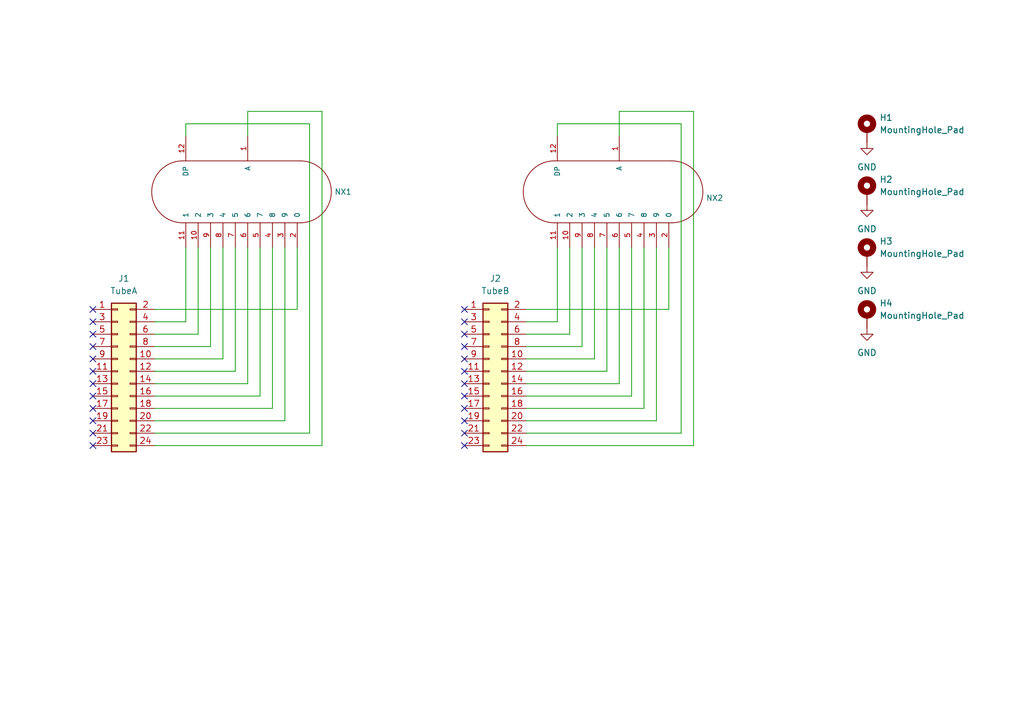
<source format=kicad_sch>
(kicad_sch (version 20231120) (generator "eeschema") (generator_version "8.0")
  (paper "A5")
  (title_block (title "Double Nixie tube module") (date "2025-01-01") (rev "1.0") (company "by Miki"))
  (lib_symbols
    (symbol "Connector_Generic:Conn_02x12_Odd_Even" (pin_names (offset 1.016) hide)
      (property "Reference" "J" (at 1.27 15.24 0))
      (property "Value" "Conn_02x12_Odd_Even" (at 1.27 -17.78 0))
      (symbol "Conn_02x12_Odd_Even_1_1"
        (rectangle (start -1.27 -15.113) (end 0 -15.367) (stroke (width 0.1524)))
        (rectangle (start -1.27 -12.573) (end 0 -12.827) (stroke (width 0.1524)))
        (rectangle (start -1.27 -10.033) (end 0 -10.287) (stroke (width 0.1524)))
        (rectangle (start -1.27 -7.493) (end 0 -7.747) (stroke (width 0.1524)))
        (rectangle (start -1.27 -4.953) (end 0 -5.207) (stroke (width 0.1524)))
        (rectangle (start -1.27 -2.413) (end 0 -2.667) (stroke (width 0.1524)))
        (rectangle (start -1.27 0.127) (end 0 -0.127) (stroke (width 0.1524)))
        (rectangle (start -1.27 2.667) (end 0 2.413) (stroke (width 0.1524)))
        (rectangle (start -1.27 5.207) (end 0 4.953) (stroke (width 0.1524)))
        (rectangle (start -1.27 7.747) (end 0 7.493) (stroke (width 0.1524)))
        (rectangle (start -1.27 10.287) (end 0 10.033) (stroke (width 0.1524)))
        (rectangle (start -1.27 12.827) (end 0 12.573) (stroke (width 0.1524)))
        (rectangle (start -1.27 13.97) (end 3.81 -16.51) (stroke (width 0.254)) (fill (type background)))
        (rectangle (start 3.81 -15.113) (end 2.54 -15.367) (stroke (width 0.1524)))
        (rectangle (start 3.81 -12.573) (end 2.54 -12.827) (stroke (width 0.1524)))
        (rectangle (start 3.81 -10.033) (end 2.54 -10.287) (stroke (width 0.1524)))
        (rectangle (start 3.81 -7.493) (end 2.54 -7.747) (stroke (width 0.1524)))
        (rectangle (start 3.81 -4.953) (end 2.54 -5.207) (stroke (width 0.1524)))
        (rectangle (start 3.81 -2.413) (end 2.54 -2.667) (stroke (width 0.1524)))
        (rectangle (start 3.81 0.127) (end 2.54 -0.127) (stroke (width 0.1524)))
        (rectangle (start 3.81 2.667) (end 2.54 2.413) (stroke (width 0.1524)))
        (rectangle (start 3.81 5.207) (end 2.54 4.953) (stroke (width 0.1524)))
        (rectangle (start 3.81 7.747) (end 2.54 7.493) (stroke (width 0.1524)))
        (rectangle (start 3.81 10.287) (end 2.54 10.033) (stroke (width 0.1524)))
        (rectangle (start 3.81 12.827) (end 2.54 12.573) (stroke (width 0.1524)))
        (pin passive line (at -5.08 12.7 0) (length 3.81) (name "Pin_1") (number "1"))
        (pin passive line (at 7.62 2.54 180) (length 3.81) (name "Pin_10") (number "10"))
        (pin passive line (at -5.08 0 0) (length 3.81) (name "Pin_11") (number "11"))
        (pin passive line (at 7.62 0 180) (length 3.81) (name "Pin_12") (number "12"))
        (pin passive line (at -5.08 -2.54 0) (length 3.81) (name "Pin_13") (number "13"))
        (pin passive line (at 7.62 -2.54 180) (length 3.81) (name "Pin_14") (number "14"))
        (pin passive line (at -5.08 -5.08 0) (length 3.81) (name "Pin_15") (number "15"))
        (pin passive line (at 7.62 -5.08 180) (length 3.81) (name "Pin_16") (number "16"))
        (pin passive line (at -5.08 -7.62 0) (length 3.81) (name "Pin_17") (number "17"))
        (pin passive line (at 7.62 -7.62 180) (length 3.81) (name "Pin_18") (number "18"))
        (pin passive line (at -5.08 -10.16 0) (length 3.81) (name "Pin_19") (number "19"))
        (pin passive line (at 7.62 12.7 180) (length 3.81) (name "Pin_2") (number "2"))
        (pin passive line (at 7.62 -10.16 180) (length 3.81) (name "Pin_20") (number "20"))
        (pin passive line (at -5.08 -12.7 0) (length 3.81) (name "Pin_21") (number "21"))
        (pin passive line (at 7.62 -12.7 180) (length 3.81) (name "Pin_22") (number "22"))
        (pin passive line (at -5.08 -15.24 0) (length 3.81) (name "Pin_23") (number "23"))
        (pin passive line (at 7.62 -15.24 180) (length 3.81) (name "Pin_24") (number "24"))
        (pin passive line (at -5.08 10.16 0) (length 3.81) (name "Pin_3") (number "3"))
        (pin passive line (at 7.62 10.16 180) (length 3.81) (name "Pin_4") (number "4"))
        (pin passive line (at -5.08 7.62 0) (length 3.81) (name "Pin_5") (number "5"))
        (pin passive line (at 7.62 7.62 180) (length 3.81) (name "Pin_6") (number "6"))
        (pin passive line (at -5.08 5.08 0) (length 3.81) (name "Pin_7") (number "7"))
        (pin passive line (at 7.62 5.08 180) (length 3.81) (name "Pin_8") (number "8"))
        (pin passive line (at -5.08 2.54 0) (length 3.81) (name "Pin_9") (number "9"))
      )
    )
    (symbol "IN-12BIN-12-DSUB_1" (pin_names (offset 1.016))
      (property "Reference" "NX1" (at -1.27 -17.78 90))
      (symbol "IN-12BIN-12-DSUB_1_1_0"
        (polyline (pts (xy -7.62 -10.795) (xy -7.62 13.335)))
        (polyline (pts (xy 5.08 -10.795) (xy 5.08 13.335)))
      )
      (symbol "IN-12BIN-12-DSUB_1_1_1"
        (arc (start -7.62 -10.795) (mid -1.27 -17.145) (end 5.08 -10.795))
        (arc (start 5.08 13.335) (mid -1.27 19.685) (end -7.62 13.335))
        (pin bidirectional line (at 10.16 0 180) (length 5.08) (name "A") (number "1"))
        (pin bidirectional line (at -12.7 10.16 0) (length 5.08) (name "2") (number "10"))
        (pin bidirectional line (at -12.7 12.7 0) (length 5.08) (name "1") (number "11"))
        (pin bidirectional line (at 10.16 12.7 180) (length 5.08) (name "DP") (number "12"))
        (pin bidirectional line (at -12.7 -10.16 0) (length 5.08) (name "0") (number "2"))
        (pin bidirectional line (at -12.7 -7.62 0) (length 5.08) (name "9") (number "3"))
        (pin bidirectional line (at -12.7 -5.08 0) (length 5.08) (name "8") (number "4"))
        (pin bidirectional line (at -12.7 -2.54 0) (length 5.08) (name "7") (number "5"))
        (pin bidirectional line (at -12.7 0 0) (length 5.08) (name "6") (number "6"))
        (pin bidirectional line (at -12.7 2.54 0) (length 5.08) (name "5") (number "7"))
        (pin bidirectional line (at -12.7 5.08 0) (length 5.08) (name "4") (number "8"))
        (pin bidirectional line (at -12.7 7.62 0) (length 5.08) (name "3") (number "9"))
      )
    )
    (symbol "Mechanical:MountingHole_Pad" (pin_numbers hide) (pin_names (offset 1.016) hide) (exclude_from_sim yes) (in_bom no)
      (property "Reference" "H" (at 0 6.35 0))
      (property "Value" "MountingHole_Pad" (at 0 4.445 0))
      (symbol "MountingHole_Pad_0_1"
        (circle (center 0 1.27) (radius 1.27) (stroke (width 1.27)))
      )
      (symbol "MountingHole_Pad_1_1"
        (pin input line (at 0 -2.54 90) (length 2.54) (name "1") (number "1"))
      )
    )
    (symbol "nixies-us:IN-12BIN-12-DSUB" (pin_names (offset 1.016))
      (property "Reference" "NX2" (at -1.27 -17.78 90))
      (symbol "IN-12BIN-12-DSUB_1_0"
        (polyline (pts (xy -6.35 -10.795) (xy -6.35 13.335)))
        (polyline (pts (xy 6.35 -10.795) (xy 6.35 13.335)))
      )
      (symbol "IN-12BIN-12-DSUB_1_1"
        (arc (start -6.35 -10.795) (mid 0 -17.145) (end 6.35 -10.795))
        (arc (start 6.35 13.335) (mid 0 19.685) (end -6.35 13.335))
        (pin bidirectional line (at 11.43 0 180) (length 5.08) (name "A") (number "1"))
        (pin bidirectional line (at -11.43 10.16 0) (length 5.08) (name "2") (number "10"))
        (pin bidirectional line (at -11.43 12.7 0) (length 5.08) (name "1") (number "11"))
        (pin bidirectional line (at 11.43 12.7 180) (length 5.08) (name "DP") (number "12"))
        (pin bidirectional line (at -11.43 -10.16 0) (length 5.08) (name "0") (number "2"))
        (pin bidirectional line (at -11.43 -7.62 0) (length 5.08) (name "9") (number "3"))
        (pin bidirectional line (at -11.43 -5.08 0) (length 5.08) (name "8") (number "4"))
        (pin bidirectional line (at -11.43 -2.54 0) (length 5.08) (name "7") (number "5"))
        (pin bidirectional line (at -11.43 0 0) (length 5.08) (name "6") (number "6"))
        (pin bidirectional line (at -11.43 2.54 0) (length 5.08) (name "5") (number "7"))
        (pin bidirectional line (at -11.43 5.08 0) (length 5.08) (name "4") (number "8"))
        (pin bidirectional line (at -11.43 7.62 0) (length 5.08) (name "3") (number "9"))
      )
    )
    (symbol "power:GND" (power) (pin_numbers hide) (pin_names (offset 0) hide)
      (property "Value" "GND" (at 0 -3.81 0))
      (symbol "GND_0_1"
        (polyline (pts (xy 0 0) (xy 0 -1.27) (xy 1.27 -1.27) (xy 0 -2.54) (xy -1.27 -1.27) (xy 0 -1.27)))
      )
      (symbol "GND_1_1"
        (pin power_in line (at 0 0 270) (length 0) (name "~") (number "1"))
      )
    )
  )
  (no_connect (at 95.25 83.82))
  (no_connect (at 95.25 91.44))
  (no_connect (at 19.05 68.58))
  (no_connect (at 19.05 91.44))
  (no_connect (at 19.05 71.12))
  (no_connect (at 19.05 81.28))
  (no_connect (at 19.05 63.5))
  (no_connect (at 19.05 88.9))
  (no_connect (at 19.05 76.2))
  (no_connect (at 95.25 73.66))
  (no_connect (at 95.25 66.04))
  (no_connect (at 95.25 68.58))
  (no_connect (at 95.25 78.74))
  (no_connect (at 95.25 63.5))
  (no_connect (at 95.25 86.36))
  (no_connect (at 19.05 66.04))
  (no_connect (at 19.05 86.36))
  (no_connect (at 95.25 71.12))
  (no_connect (at 19.05 73.66))
  (no_connect (at 95.25 81.28))
  (no_connect (at 95.25 88.9))
  (no_connect (at 19.05 83.82))
  (no_connect (at 95.25 76.2))
  (no_connect (at 19.05 78.74))
  (wire (pts (xy 124.46 50.8) (xy 124.46 76.2)))
  (wire (pts (xy 137.16 63.5) (xy 137.16 50.8)))
  (wire (pts (xy 66.04 22.86) (xy 66.04 91.44)))
  (wire (pts (xy 40.64 68.58) (xy 40.64 50.8)))
  (wire (pts (xy 31.75 76.2) (xy 48.26 76.2)))
  (wire (pts (xy 31.75 66.04) (xy 38.1 66.04)))
  (wire (pts (xy 63.5 25.4) (xy 63.5 88.9)))
  (wire (pts (xy 38.1 25.4) (xy 38.1 27.94)))
  (wire (pts (xy 107.95 66.04) (xy 114.3 66.04)))
  (wire (pts (xy 31.75 88.9) (xy 63.5 88.9)))
  (wire (pts (xy 107.95 78.74) (xy 127 78.74)))
  (wire (pts (xy 107.95 71.12) (xy 119.38 71.12)))
  (wire (pts (xy 48.26 50.8) (xy 48.26 76.2)))
  (wire (pts (xy 107.95 76.2) (xy 124.46 76.2)))
  (wire (pts (xy 139.7 25.4) (xy 114.3 25.4)))
  (wire (pts (xy 119.38 50.8) (xy 119.38 71.12)))
  (wire (pts (xy 31.75 91.44) (xy 66.04 91.44)))
  (wire (pts (xy 142.24 22.86) (xy 127 22.86)))
  (wire (pts (xy 58.42 50.8) (xy 58.42 86.36)))
  (wire (pts (xy 107.95 86.36) (xy 134.62 86.36)))
  (wire (pts (xy 31.75 63.5) (xy 60.96 63.5)))
  (wire (pts (xy 31.75 68.58) (xy 40.64 68.58)))
  (wire (pts (xy 31.75 73.66) (xy 45.72 73.66)))
  (wire (pts (xy 63.5 25.4) (xy 38.1 25.4)))
  (wire (pts (xy 129.54 50.8) (xy 129.54 81.28)))
  (wire (pts (xy 121.92 50.8) (xy 121.92 73.66)))
  (wire (pts (xy 31.75 71.12) (xy 43.18 71.12)))
  (wire (pts (xy 50.8 22.86) (xy 50.8 27.94)))
  (wire (pts (xy 142.24 22.86) (xy 142.24 91.44)))
  (wire (pts (xy 139.7 25.4) (xy 139.7 88.9)))
  (wire (pts (xy 60.96 63.5) (xy 60.96 50.8)))
  (wire (pts (xy 107.95 81.28) (xy 129.54 81.28)))
  (wire (pts (xy 127 22.86) (xy 127 27.94)))
  (wire (pts (xy 107.95 68.58) (xy 116.84 68.58)))
  (wire (pts (xy 43.18 50.8) (xy 43.18 71.12)))
  (wire (pts (xy 107.95 91.44) (xy 142.24 91.44)))
  (wire (pts (xy 107.95 63.5) (xy 137.16 63.5)))
  (wire (pts (xy 31.75 81.28) (xy 53.34 81.28)))
  (wire (pts (xy 31.75 83.82) (xy 55.88 83.82)))
  (wire (pts (xy 66.04 22.86) (xy 50.8 22.86)))
  (wire (pts (xy 55.88 50.8) (xy 55.88 83.82)))
  (wire (pts (xy 53.34 50.8) (xy 53.34 81.28)))
  (wire (pts (xy 50.8 50.8) (xy 50.8 78.74)))
  (wire (pts (xy 127 50.8) (xy 127 78.74)))
  (wire (pts (xy 31.75 78.74) (xy 50.8 78.74)))
  (wire (pts (xy 107.95 73.66) (xy 121.92 73.66)))
  (wire (pts (xy 38.1 66.04) (xy 38.1 50.8)))
  (wire (pts (xy 45.72 50.8) (xy 45.72 73.66)))
  (wire (pts (xy 114.3 66.04) (xy 114.3 50.8)))
  (wire (pts (xy 107.95 83.82) (xy 132.08 83.82)))
  (wire (pts (xy 114.3 25.4) (xy 114.3 27.94)))
  (wire (pts (xy 116.84 68.58) (xy 116.84 50.8)))
  (wire (pts (xy 107.95 88.9) (xy 139.7 88.9)))
  (wire (pts (xy 132.08 50.8) (xy 132.08 83.82)))
  (wire (pts (xy 31.75 86.36) (xy 58.42 86.36)))
  (wire (pts (xy 134.62 50.8) (xy 134.62 86.36)))
  (symbol (lib_id "Mechanical:MountingHole_Pad") (at 177.8 52.07 0) (unit 1) (exclude_from_sim yes) (in_bom no)
    (property "Reference" "H3" (at 180.34 49.5299 0) (effects (justify left)))
    (property "Value" "MountingHole_Pad" (at 180.34 52.0699 0) (effects (justify left)))
    (property "Footprint" "MountingHole:MountingHole_3.2mm_M3_Pad" (effects (hide yes)))
    (property "Description" "Mounting Hole with connection" (effects (hide yes)))
  )
  (symbol (lib_name "IN-12BIN-12-DSUB_1") (lib_id "nixies-us:IN-12BIN-12-DSUB") (at 50.8 38.1 90) (unit 1)
    (property "Reference" "NX1" (at 68.58 39.37 90) (effects (font (size 1.143 1.143)) (justify right)))
    (property "Value" "IN-12BIN-12-DSUB" (effects (hide yes)))
    (property "Footprint" "nixie_driver_dren:IN_12B_Socket" (effects (hide yes)))
  )
  (symbol (lib_id "nixies-us:IN-12BIN-12-DSUB") (at 127 39.37 90) (unit 1)
    (property "Reference" "NX2" (at 144.78 40.64 90) (effects (font (size 1.143 1.143)) (justify right)))
    (property "Value" "IN-12BIN-12-DSUB" (effects (hide yes)))
    (property "Footprint" "nixie_driver_dren:IN_12B_Socket" (effects (hide yes)))
  )
  (symbol (lib_id "power:GND") (at 177.8 67.31 0) (unit 1)
    (property "Reference" "#PWR04" (effects (hide yes)))
    (property "Value" "GND" (at 177.8 72.39 0))
    (property "Description" "Power symbol creates a global label with name \"GND\" , ground" (effects (hide yes)))
  )
  (symbol (lib_id "power:GND") (at 177.8 54.61 0) (unit 1)
    (property "Reference" "#PWR03" (effects (hide yes)))
    (property "Value" "GND" (at 177.8 59.69 0))
    (property "Description" "Power symbol creates a global label with name \"GND\" , ground" (effects (hide yes)))
  )
  (symbol (lib_id "Connector_Generic:Conn_02x12_Odd_Even") (at 100.33 76.2 0) (unit 1)
    (property "Reference" "J2" (at 101.6 57.15 0))
    (property "Value" "TubeB" (at 101.6 59.69 0))
    (property "Footprint" "Connector_PinHeader_2.54mm:PinHeader_2x12_P2.54mm_Vertical" (effects (hide yes)))
    (property "Description" "Generic connector, double row, 02x12, odd/even pin numbering scheme (row 1 odd numbers, row 2 even numbers), script generated (kicad-library-utils/schlib/autogen/connector/)" (effects (hide yes)))
  )
  (symbol (lib_id "power:GND") (at 177.8 29.21 0) (unit 1)
    (property "Reference" "#PWR01" (effects (hide yes)))
    (property "Value" "GND" (at 177.8 34.29 0))
    (property "Description" "Power symbol creates a global label with name \"GND\" , ground" (effects (hide yes)))
  )
  (symbol (lib_id "Mechanical:MountingHole_Pad") (at 177.8 64.77 0) (unit 1) (exclude_from_sim yes) (in_bom no)
    (property "Reference" "H4" (at 180.34 62.2299 0) (effects (justify left)))
    (property "Value" "MountingHole_Pad" (at 180.34 64.7699 0) (effects (justify left)))
    (property "Footprint" "MountingHole:MountingHole_3.2mm_M3_Pad" (effects (hide yes)))
    (property "Description" "Mounting Hole with connection" (effects (hide yes)))
  )
  (symbol (lib_id "Mechanical:MountingHole_Pad") (at 177.8 26.67 0) (unit 1) (exclude_from_sim yes) (in_bom no)
    (property "Reference" "H1" (at 180.34 24.1299 0) (effects (justify left)))
    (property "Value" "MountingHole_Pad" (at 180.34 26.6699 0) (effects (justify left)))
    (property "Footprint" "MountingHole:MountingHole_3.2mm_M3_Pad" (effects (hide yes)))
    (property "Description" "Mounting Hole with connection" (effects (hide yes)))
  )
  (symbol (lib_id "power:GND") (at 177.8 41.91 0) (unit 1)
    (property "Reference" "#PWR02" (effects (hide yes)))
    (property "Value" "GND" (at 177.8 46.99 0))
    (property "Description" "Power symbol creates a global label with name \"GND\" , ground" (effects (hide yes)))
  )
  (symbol (lib_id "Mechanical:MountingHole_Pad") (at 177.8 39.37 0) (unit 1) (exclude_from_sim yes) (in_bom no)
    (property "Reference" "H2" (at 180.34 36.8299 0) (effects (justify left)))
    (property "Value" "MountingHole_Pad" (at 180.34 39.3699 0) (effects (justify left)))
    (property "Footprint" "MountingHole:MountingHole_3.2mm_M3_Pad" (effects (hide yes)))
    (property "Description" "Mounting Hole with connection" (effects (hide yes)))
  )
  (symbol (lib_id "Connector_Generic:Conn_02x12_Odd_Even") (at 24.13 76.2 0) (unit 1)
    (property "Reference" "J1" (at 25.4 57.15 0))
    (property "Value" "TubeA" (at 25.4 59.69 0))
    (property "Footprint" "Connector_PinHeader_2.54mm:PinHeader_2x12_P2.54mm_Vertical" (effects (hide yes)))
    (property "Description" "Generic connector, double row, 02x12, odd/even pin numbering scheme (row 1 odd numbers, row 2 even numbers), script generated (kicad-library-utils/schlib/autogen/connector/)" (effects (hide yes)))
  )
)
</source>
